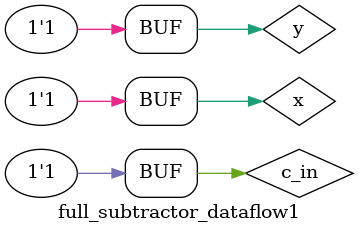
<source format=v>
`timescale 1ns / 1ps

module full_subtractor_dataflow1;

	// Inputs
	reg x;
	reg y;
  	reg c_in;

	// Outputs
	wire diff;
  	wire c_out;

	// Instantiate the Unit Under Test (UUT)
	full_subtractor_dataflow uut (
      	.x(x), 
      	.y(y), 
      	.c_in(c_in),
     	.diff(diff),
      	.c_out(c_out)
	);

	initial begin
      $dumpfile("dump.vcd");
      $dumpvars(1); // Xilinx will not generate these two lines
		// Initialize Inputs
		x = 0;
		y = 0;
      	c_in = 0;
      	#100;
      
      	x = 0;
		y = 0;
      	c_in = 1;
      	#100;
        
      	x = 0;
		y = 1;
      	c_in = 0;
      	#100;
      
      	x = 0;
		y = 1;
      	c_in = 1;
      	#100;
        
      	x = 1;
		y = 0;
      	c_in = 0;
      	#100;
       
      	x = 1;
		y = 0;
      	c_in = 1;
      	#100;
      
      	x = 1;
		y = 1;
  		c_in = 0;
      	#100;

      	x = 1;
		y = 1;
  		c_in = 1;
      	#100;
	end
endmodule

</source>
